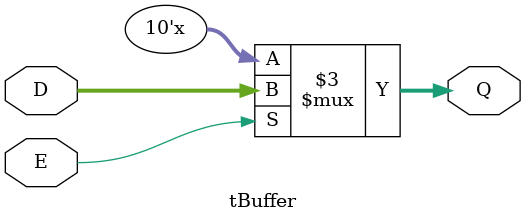
<source format=sv>
module tBuffer(
	input logic [9:0] D,
	input logic E,
	output logic [9:0] Q
);

	always_comb
	begin
		if(E)
			Q = D;
		else
			Q = 10'bZZZZZZZZZZ;
	end


endmodule
</source>
